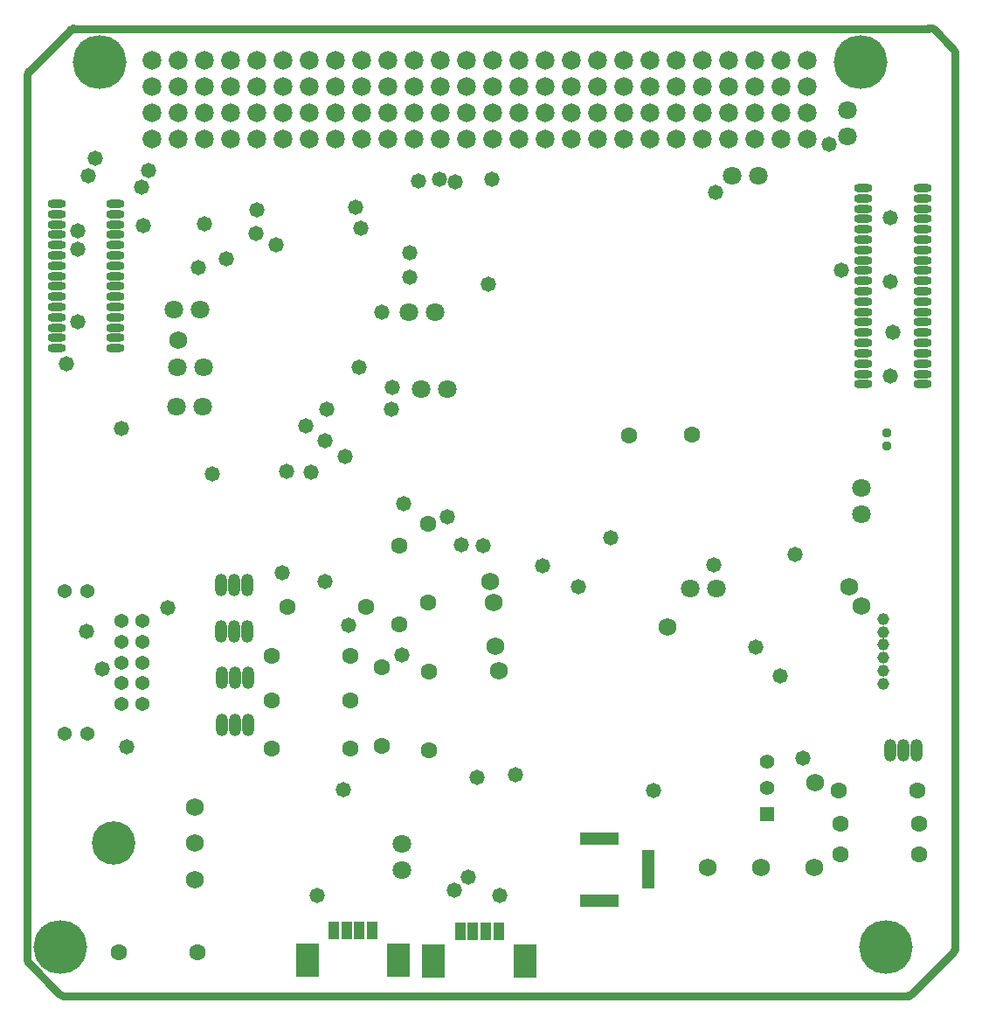
<source format=gbs>
G04 Layer_Color=16711935*
%FSLAX43Y43*%
%MOMM*%
G71*
G01*
G75*
%ADD22C,0.762*%
%ADD23C,0.762*%
%ADD53C,1.727*%
%ADD69O,1.803X0.803*%
%ADD75C,0.953*%
%ADD76C,1.152*%
%ADD77C,1.803*%
%ADD78R,2.303X3.203*%
%ADD79R,1.003X1.803*%
%ADD80R,1.303X3.803*%
%ADD81R,3.803X1.303*%
%ADD82C,1.370*%
%ADD83C,1.603*%
%ADD84O,1.203X2.203*%
%ADD85O,1.203X2.203*%
%ADD86C,1.828*%
%ADD87C,1.403*%
%ADD88R,1.403X1.403*%
%ADD89C,4.203*%
%ADD90C,1.473*%
%ADD91C,5.203*%
D22*
X3439Y925D02*
G03*
X3439Y924I270J269D01*
G01*
X3464Y899D02*
G03*
X3734Y787I270J269D01*
G01*
X305Y4216D02*
G03*
X417Y3947I381J0D01*
G01*
X305Y4216D02*
G03*
X416Y3947I381J0D01*
G01*
X3464Y899D02*
G03*
X3734Y787I269J269D01*
G01*
X416Y90236D02*
G03*
X305Y89967I269J-269D01*
G01*
X417Y90237D02*
G03*
X305Y89967I269J-270D01*
G01*
X4775Y94437D02*
G03*
X4505Y94325I0J-381D01*
G01*
X4775Y94437D02*
G03*
X4506Y94326I0J-381D01*
G01*
X85700Y787D02*
G03*
X85969Y899I0J381D01*
G01*
X85700Y787D02*
G03*
X85969Y899I0J381D01*
G01*
X90058Y4988D02*
G03*
X90170Y5258I-269J270D01*
G01*
X90058Y4988D02*
G03*
X90170Y5258I-269J269D01*
G01*
X88153Y94376D02*
G03*
X87694Y94437I-269J-269D01*
G01*
X88154Y94376D02*
G03*
X87694Y94437I-270J-269D01*
G01*
X90170Y92202D02*
G03*
X90058Y92471I-381J0D01*
G01*
X90170Y92202D02*
G03*
X90058Y92472I-381J0D01*
G01*
X3464Y899D02*
X3464Y899D01*
X3439Y924D02*
X3464Y899D01*
X3439Y924D02*
X3439Y924D01*
X3439Y925D02*
X3439Y924D01*
X417Y3947D02*
X3439Y925D01*
X416Y3947D02*
X417Y3947D01*
X3734Y787D02*
X84506D01*
X305Y4216D02*
Y89967D01*
X416Y90236D02*
X417Y90237D01*
X4505Y94325D01*
X4506Y94326D01*
X4775Y94437D02*
X4801D01*
X87694D01*
X84506Y787D02*
X85700D01*
X85969Y899D02*
X85969Y899D01*
X90058Y4988D01*
X90058Y4988D01*
X90170Y5258D02*
Y91821D01*
Y92202D01*
X90058Y92472D02*
X90058Y92471D01*
X88154Y94376D02*
X90058Y92472D01*
X88153Y94376D02*
X88154Y94376D01*
D23*
X3439Y924D02*
D03*
D53*
X71400Y13183D02*
D03*
X76530D02*
D03*
X66270D02*
D03*
X16561Y19050D02*
D03*
Y12050D02*
D03*
Y15550D02*
D03*
X14910Y64287D02*
D03*
X62332Y36449D02*
D03*
X76632Y21387D02*
D03*
X79934Y40411D02*
D03*
X81178Y38506D02*
D03*
X46025Y32233D02*
D03*
X45491Y38862D02*
D03*
X45669Y34595D02*
D03*
X45187Y40869D02*
D03*
D69*
X8824Y63470D02*
D03*
Y64470D02*
D03*
Y65470D02*
D03*
Y66470D02*
D03*
Y67470D02*
D03*
Y68470D02*
D03*
Y69470D02*
D03*
Y70470D02*
D03*
Y71470D02*
D03*
Y72470D02*
D03*
Y73470D02*
D03*
Y74470D02*
D03*
Y75470D02*
D03*
Y76470D02*
D03*
Y77470D02*
D03*
X3124D02*
D03*
Y76470D02*
D03*
Y75470D02*
D03*
Y74470D02*
D03*
Y73470D02*
D03*
Y72470D02*
D03*
Y71470D02*
D03*
Y70470D02*
D03*
Y69470D02*
D03*
Y68470D02*
D03*
Y67470D02*
D03*
Y66470D02*
D03*
Y65470D02*
D03*
Y64470D02*
D03*
Y63470D02*
D03*
X81331Y59994D02*
D03*
Y60994D02*
D03*
Y61994D02*
D03*
Y62994D02*
D03*
Y63994D02*
D03*
Y64994D02*
D03*
Y65994D02*
D03*
Y66994D02*
D03*
Y67994D02*
D03*
Y68994D02*
D03*
Y69994D02*
D03*
Y70994D02*
D03*
Y71994D02*
D03*
Y72994D02*
D03*
Y73994D02*
D03*
Y74994D02*
D03*
Y75994D02*
D03*
Y76994D02*
D03*
Y77994D02*
D03*
Y78994D02*
D03*
X87031D02*
D03*
Y77994D02*
D03*
Y76994D02*
D03*
Y75994D02*
D03*
Y74994D02*
D03*
Y73994D02*
D03*
Y72994D02*
D03*
Y71994D02*
D03*
Y70994D02*
D03*
Y69994D02*
D03*
Y68994D02*
D03*
Y67994D02*
D03*
Y66994D02*
D03*
Y65994D02*
D03*
Y64994D02*
D03*
Y63994D02*
D03*
Y62994D02*
D03*
Y61994D02*
D03*
Y60994D02*
D03*
Y59994D02*
D03*
D75*
X83591Y55275D02*
D03*
Y54020D02*
D03*
D76*
X83267Y33509D02*
D03*
Y36009D02*
D03*
Y31009D02*
D03*
Y34759D02*
D03*
Y37259D02*
D03*
Y32259D02*
D03*
D77*
X36627Y12929D02*
D03*
Y15469D02*
D03*
X79756Y83947D02*
D03*
Y86487D02*
D03*
X38456Y59487D02*
D03*
X40996D02*
D03*
X68580Y80162D02*
D03*
X71120D02*
D03*
X67081Y40208D02*
D03*
X64541D02*
D03*
X14808Y61671D02*
D03*
X17348D02*
D03*
X39853Y67005D02*
D03*
X37313D02*
D03*
X81153Y49911D02*
D03*
Y47371D02*
D03*
X14529Y67259D02*
D03*
X17069D02*
D03*
X14732Y57861D02*
D03*
X17272D02*
D03*
D78*
X39690Y4136D02*
D03*
X48540D02*
D03*
X27437Y4227D02*
D03*
X36287D02*
D03*
D79*
X44740Y7036D02*
D03*
X45990D02*
D03*
X43490D02*
D03*
X42240D02*
D03*
X32487Y7127D02*
D03*
X33737D02*
D03*
X31237D02*
D03*
X29987D02*
D03*
D80*
X60453Y13007D02*
D03*
D81*
X55753Y16007D02*
D03*
Y9957D02*
D03*
D82*
X3899Y26120D02*
D03*
X6159D02*
D03*
X3899Y39970D02*
D03*
X6159D02*
D03*
X9449Y37045D02*
D03*
X11449D02*
D03*
X9449Y35045D02*
D03*
X11449D02*
D03*
X9449Y33045D02*
D03*
X11449D02*
D03*
X9449Y31045D02*
D03*
X11449D02*
D03*
X9449Y29045D02*
D03*
X11449D02*
D03*
D83*
X9169Y5004D02*
D03*
X16789D02*
D03*
X86690Y14453D02*
D03*
X79070D02*
D03*
X86766Y17399D02*
D03*
X79146D02*
D03*
X78969Y20625D02*
D03*
X86589D02*
D03*
X31598Y24714D02*
D03*
X23978D02*
D03*
X31648Y29362D02*
D03*
X24028D02*
D03*
X31623Y33731D02*
D03*
X24003D02*
D03*
X33147Y38430D02*
D03*
X25527D02*
D03*
X39192Y32182D02*
D03*
Y24562D02*
D03*
X39167Y38862D02*
D03*
Y46482D02*
D03*
X36347Y36779D02*
D03*
Y44399D02*
D03*
X34671Y24943D02*
D03*
Y32563D02*
D03*
X64745Y55143D02*
D03*
X58623Y55016D02*
D03*
D84*
X86462Y24562D02*
D03*
X83922D02*
D03*
X21615Y40589D02*
D03*
X20345D02*
D03*
X21615Y36043D02*
D03*
X20345D02*
D03*
X21666Y31572D02*
D03*
X20396D02*
D03*
X21666Y27000D02*
D03*
X20396D02*
D03*
D85*
X85192Y24562D02*
D03*
X19075Y40589D02*
D03*
Y36043D02*
D03*
X19126Y31572D02*
D03*
Y27000D02*
D03*
D86*
X12421Y91364D02*
D03*
Y88824D02*
D03*
Y86284D02*
D03*
Y83744D02*
D03*
X14961Y91364D02*
D03*
Y88824D02*
D03*
Y86284D02*
D03*
Y83744D02*
D03*
X17501Y91364D02*
D03*
Y88824D02*
D03*
Y86284D02*
D03*
Y83744D02*
D03*
X20041Y91364D02*
D03*
Y88824D02*
D03*
Y86284D02*
D03*
Y83744D02*
D03*
X22581Y91364D02*
D03*
Y88824D02*
D03*
Y86284D02*
D03*
Y83744D02*
D03*
X25121Y91364D02*
D03*
Y88824D02*
D03*
Y86284D02*
D03*
Y83744D02*
D03*
X27661Y91364D02*
D03*
Y88824D02*
D03*
Y86284D02*
D03*
Y83744D02*
D03*
X30201Y91364D02*
D03*
Y88824D02*
D03*
Y86284D02*
D03*
Y83744D02*
D03*
X32741Y91364D02*
D03*
Y88824D02*
D03*
Y86284D02*
D03*
Y83744D02*
D03*
X35281Y91364D02*
D03*
Y88824D02*
D03*
Y86284D02*
D03*
Y83744D02*
D03*
X37821Y91364D02*
D03*
Y88824D02*
D03*
X40361Y86284D02*
D03*
Y83744D02*
D03*
Y91364D02*
D03*
Y88824D02*
D03*
X42901Y86284D02*
D03*
Y83744D02*
D03*
Y91364D02*
D03*
Y88824D02*
D03*
X45441Y86284D02*
D03*
Y83744D02*
D03*
Y91364D02*
D03*
Y88824D02*
D03*
X47981Y86284D02*
D03*
Y83744D02*
D03*
Y91364D02*
D03*
Y88824D02*
D03*
X50521Y86284D02*
D03*
Y83744D02*
D03*
Y91364D02*
D03*
Y88824D02*
D03*
X53061Y86284D02*
D03*
Y83744D02*
D03*
Y91364D02*
D03*
Y88824D02*
D03*
X55601Y86284D02*
D03*
Y83744D02*
D03*
Y91364D02*
D03*
Y88824D02*
D03*
X58141Y86284D02*
D03*
Y83744D02*
D03*
Y91364D02*
D03*
Y88824D02*
D03*
X60681Y86284D02*
D03*
Y83744D02*
D03*
Y91364D02*
D03*
Y88824D02*
D03*
X63221Y86284D02*
D03*
Y83744D02*
D03*
Y91364D02*
D03*
Y88824D02*
D03*
X65761Y86284D02*
D03*
Y83744D02*
D03*
Y91364D02*
D03*
Y88824D02*
D03*
X68301Y86284D02*
D03*
Y83744D02*
D03*
Y91364D02*
D03*
Y88824D02*
D03*
X70841Y86284D02*
D03*
Y83744D02*
D03*
Y91364D02*
D03*
Y88824D02*
D03*
X73381Y86284D02*
D03*
Y83744D02*
D03*
Y91364D02*
D03*
Y88824D02*
D03*
X75921Y86284D02*
D03*
Y83744D02*
D03*
Y91364D02*
D03*
Y88824D02*
D03*
X37821Y86284D02*
D03*
Y83744D02*
D03*
D87*
X72034Y23444D02*
D03*
Y20904D02*
D03*
D88*
Y18364D02*
D03*
D89*
X8651Y15550D02*
D03*
D90*
X28397Y10516D02*
D03*
X30937Y20752D02*
D03*
X32614Y75108D02*
D03*
X56858Y45136D02*
D03*
X37389Y70358D02*
D03*
X36754Y48412D02*
D03*
X41808Y79553D02*
D03*
X40284Y79858D02*
D03*
X38202Y79680D02*
D03*
X45314Y79858D02*
D03*
X53696Y40386D02*
D03*
X45009Y69672D02*
D03*
X18263Y51308D02*
D03*
X5156Y74879D02*
D03*
X46101Y10490D02*
D03*
X47650Y22174D02*
D03*
X41707Y10973D02*
D03*
X43028Y12268D02*
D03*
X31420Y36678D02*
D03*
X35636Y59690D02*
D03*
X9398Y55702D02*
D03*
X32461Y61671D02*
D03*
X66980Y78588D02*
D03*
X4064Y61976D02*
D03*
X11582Y75387D02*
D03*
X29134Y54534D02*
D03*
X27280Y55931D02*
D03*
X27762Y51486D02*
D03*
X25425Y51587D02*
D03*
X11405Y79045D02*
D03*
X19558Y72136D02*
D03*
X16866Y71298D02*
D03*
X22428Y74574D02*
D03*
X24372Y73470D02*
D03*
X5232Y73101D02*
D03*
X6198Y80188D02*
D03*
X83896Y60808D02*
D03*
Y69926D02*
D03*
X83972Y76124D02*
D03*
X24968Y41732D02*
D03*
X29134Y40919D02*
D03*
X84171Y64994D02*
D03*
X73304Y31725D02*
D03*
X75489Y23774D02*
D03*
X31115Y52972D02*
D03*
X40970Y47117D02*
D03*
X70866Y34519D02*
D03*
X6071Y36093D02*
D03*
X7544Y32461D02*
D03*
X9931Y24867D02*
D03*
X13919Y38329D02*
D03*
X36627Y33757D02*
D03*
X5232Y66040D02*
D03*
X6909Y81890D02*
D03*
X12065Y80696D02*
D03*
X60960Y20625D02*
D03*
X74727Y43485D02*
D03*
X78003Y83185D02*
D03*
X79172Y70994D02*
D03*
X32131Y77165D02*
D03*
X37389Y72695D02*
D03*
X17475Y75514D02*
D03*
X22581Y76860D02*
D03*
X43891Y21946D02*
D03*
X29312Y57607D02*
D03*
X34671Y66954D02*
D03*
X66802Y42469D02*
D03*
X35585Y57556D02*
D03*
X50241Y42418D02*
D03*
X42342Y44425D02*
D03*
X44450Y44374D02*
D03*
D91*
X3526Y5479D02*
D03*
X83526D02*
D03*
X81026Y91179D02*
D03*
X7326D02*
D03*
M02*

</source>
